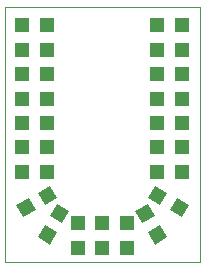
<source format=gtp>
G75*
%MOIN*%
%OFA0B0*%
%FSLAX24Y24*%
%IPPOS*%
%LPD*%
%AMOC8*
5,1,8,0,0,1.08239X$1,22.5*
%
%ADD10C,0.0000*%
%ADD11R,0.0472X0.0472*%
%ADD12R,0.0472X0.0472*%
D10*
X002392Y002517D02*
X002392Y011017D01*
X008892Y011017D01*
X008892Y002517D01*
X002392Y002517D01*
D11*
X004829Y002978D03*
X005642Y002978D03*
X005642Y003805D03*
X004829Y003805D03*
X003805Y005517D03*
X003805Y006329D03*
X003805Y007142D03*
X003805Y007954D03*
X003805Y008767D03*
X003805Y009579D03*
X003805Y010392D03*
X002978Y010392D03*
X002978Y009579D03*
X002978Y008767D03*
X002978Y007954D03*
X002978Y007142D03*
X002978Y006329D03*
X002978Y005517D03*
X006454Y003805D03*
X006454Y002978D03*
X007478Y005517D03*
X007478Y006329D03*
X007478Y007142D03*
X007478Y007954D03*
X007478Y008767D03*
X007478Y009579D03*
X007478Y010392D03*
X008305Y010392D03*
X008305Y009579D03*
X008305Y008767D03*
X008305Y007954D03*
X008305Y007142D03*
X008305Y006329D03*
X008305Y005517D03*
D12*
G36*
X007810Y004809D02*
X007574Y004401D01*
X007166Y004637D01*
X007402Y005045D01*
X007810Y004809D01*
G37*
G36*
X008526Y004396D02*
X008290Y003988D01*
X007882Y004224D01*
X008118Y004632D01*
X008526Y004396D01*
G37*
G36*
X007795Y003323D02*
X007387Y003087D01*
X007151Y003495D01*
X007559Y003731D01*
X007795Y003323D01*
G37*
G36*
X007382Y004039D02*
X006974Y003803D01*
X006738Y004211D01*
X007146Y004447D01*
X007382Y004039D01*
G37*
G36*
X004309Y003803D02*
X003901Y004039D01*
X004137Y004447D01*
X004545Y004211D01*
X004309Y003803D01*
G37*
G36*
X003896Y003087D02*
X003488Y003323D01*
X003724Y003731D01*
X004132Y003495D01*
X003896Y003087D01*
G37*
G36*
X003010Y003988D02*
X002774Y004396D01*
X003182Y004632D01*
X003418Y004224D01*
X003010Y003988D01*
G37*
G36*
X003726Y004401D02*
X003490Y004809D01*
X003898Y005045D01*
X004134Y004637D01*
X003726Y004401D01*
G37*
M02*

</source>
